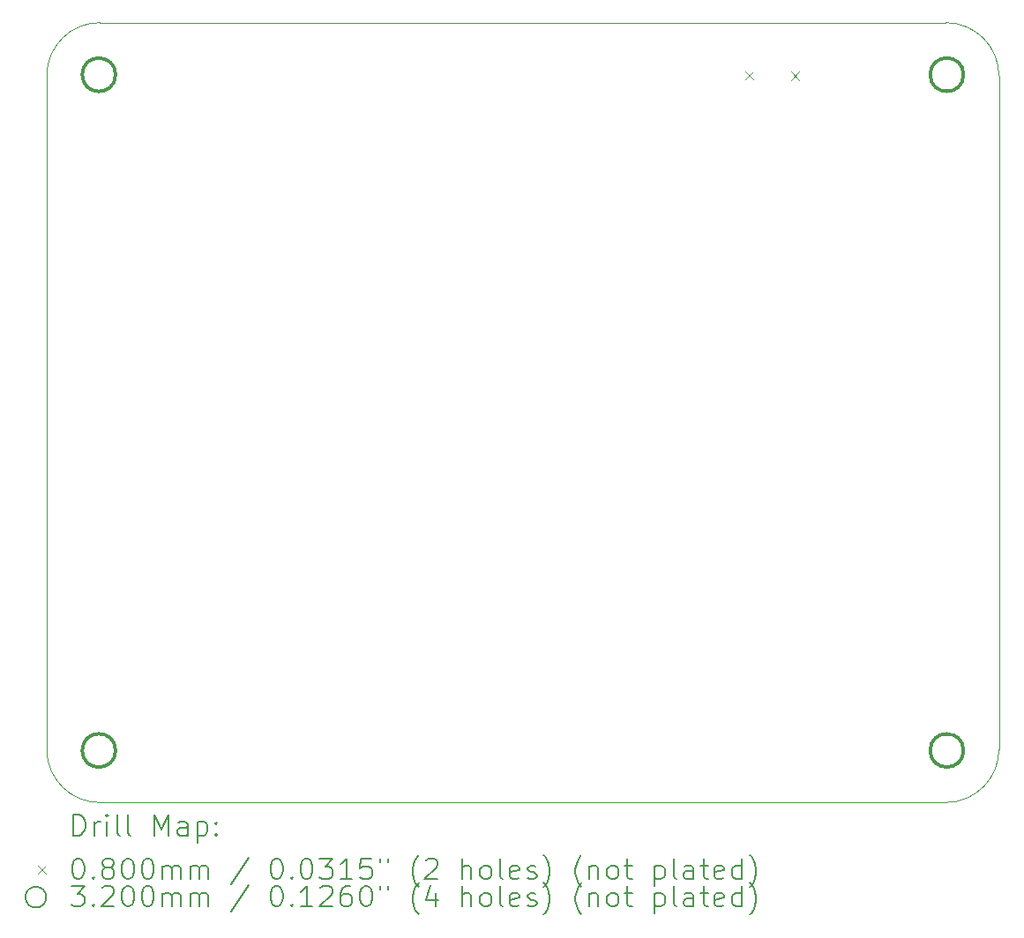
<source format=gbr>
%TF.GenerationSoftware,KiCad,Pcbnew,7.0.7*%
%TF.CreationDate,2024-06-30T20:56:50+03:00*%
%TF.ProjectId,v2,76322e6b-6963-4616-945f-706362585858,rev?*%
%TF.SameCoordinates,Original*%
%TF.FileFunction,Drillmap*%
%TF.FilePolarity,Positive*%
%FSLAX45Y45*%
G04 Gerber Fmt 4.5, Leading zero omitted, Abs format (unit mm)*
G04 Created by KiCad (PCBNEW 7.0.7) date 2024-06-30 20:56:50*
%MOMM*%
%LPD*%
G01*
G04 APERTURE LIST*
%ADD10C,0.100000*%
%ADD11C,0.200000*%
%ADD12C,0.080000*%
%ADD13C,0.320000*%
G04 APERTURE END LIST*
D10*
X19250000Y-4930000D02*
G75*
G03*
X18740000Y-4420000I-510000J0D01*
G01*
X10620000Y-4420000D02*
G75*
G03*
X10110000Y-4930000I0J-510000D01*
G01*
X19250000Y-11400000D02*
X19250000Y-4930000D01*
X18740000Y-4420000D02*
X10620000Y-4420000D01*
X18740000Y-11910000D02*
G75*
G03*
X19250000Y-11400000I0J510000D01*
G01*
X10110000Y-11400000D02*
G75*
G03*
X10620000Y-11910000I510000J0D01*
G01*
X10620000Y-11910000D02*
X18740000Y-11910000D01*
X10110000Y-4930000D02*
X10110000Y-11400000D01*
D11*
D12*
X16813400Y-4884360D02*
X16893400Y-4964360D01*
X16893400Y-4884360D02*
X16813400Y-4964360D01*
X17252820Y-4891980D02*
X17332820Y-4971980D01*
X17332820Y-4891980D02*
X17252820Y-4971980D01*
D13*
X10770000Y-4920000D02*
G75*
G03*
X10770000Y-4920000I-160000J0D01*
G01*
X10770000Y-11410000D02*
G75*
G03*
X10770000Y-11410000I-160000J0D01*
G01*
X18910000Y-4920000D02*
G75*
G03*
X18910000Y-4920000I-160000J0D01*
G01*
X18910000Y-11410000D02*
G75*
G03*
X18910000Y-11410000I-160000J0D01*
G01*
D11*
X10365777Y-12226484D02*
X10365777Y-12026484D01*
X10365777Y-12026484D02*
X10413396Y-12026484D01*
X10413396Y-12026484D02*
X10441967Y-12036008D01*
X10441967Y-12036008D02*
X10461015Y-12055055D01*
X10461015Y-12055055D02*
X10470539Y-12074103D01*
X10470539Y-12074103D02*
X10480063Y-12112198D01*
X10480063Y-12112198D02*
X10480063Y-12140769D01*
X10480063Y-12140769D02*
X10470539Y-12178865D01*
X10470539Y-12178865D02*
X10461015Y-12197912D01*
X10461015Y-12197912D02*
X10441967Y-12216960D01*
X10441967Y-12216960D02*
X10413396Y-12226484D01*
X10413396Y-12226484D02*
X10365777Y-12226484D01*
X10565777Y-12226484D02*
X10565777Y-12093150D01*
X10565777Y-12131246D02*
X10575301Y-12112198D01*
X10575301Y-12112198D02*
X10584824Y-12102674D01*
X10584824Y-12102674D02*
X10603872Y-12093150D01*
X10603872Y-12093150D02*
X10622920Y-12093150D01*
X10689586Y-12226484D02*
X10689586Y-12093150D01*
X10689586Y-12026484D02*
X10680063Y-12036008D01*
X10680063Y-12036008D02*
X10689586Y-12045531D01*
X10689586Y-12045531D02*
X10699110Y-12036008D01*
X10699110Y-12036008D02*
X10689586Y-12026484D01*
X10689586Y-12026484D02*
X10689586Y-12045531D01*
X10813396Y-12226484D02*
X10794348Y-12216960D01*
X10794348Y-12216960D02*
X10784824Y-12197912D01*
X10784824Y-12197912D02*
X10784824Y-12026484D01*
X10918158Y-12226484D02*
X10899110Y-12216960D01*
X10899110Y-12216960D02*
X10889586Y-12197912D01*
X10889586Y-12197912D02*
X10889586Y-12026484D01*
X11146729Y-12226484D02*
X11146729Y-12026484D01*
X11146729Y-12026484D02*
X11213396Y-12169341D01*
X11213396Y-12169341D02*
X11280062Y-12026484D01*
X11280062Y-12026484D02*
X11280062Y-12226484D01*
X11461015Y-12226484D02*
X11461015Y-12121722D01*
X11461015Y-12121722D02*
X11451491Y-12102674D01*
X11451491Y-12102674D02*
X11432443Y-12093150D01*
X11432443Y-12093150D02*
X11394348Y-12093150D01*
X11394348Y-12093150D02*
X11375301Y-12102674D01*
X11461015Y-12216960D02*
X11441967Y-12226484D01*
X11441967Y-12226484D02*
X11394348Y-12226484D01*
X11394348Y-12226484D02*
X11375301Y-12216960D01*
X11375301Y-12216960D02*
X11365777Y-12197912D01*
X11365777Y-12197912D02*
X11365777Y-12178865D01*
X11365777Y-12178865D02*
X11375301Y-12159817D01*
X11375301Y-12159817D02*
X11394348Y-12150293D01*
X11394348Y-12150293D02*
X11441967Y-12150293D01*
X11441967Y-12150293D02*
X11461015Y-12140769D01*
X11556253Y-12093150D02*
X11556253Y-12293150D01*
X11556253Y-12102674D02*
X11575301Y-12093150D01*
X11575301Y-12093150D02*
X11613396Y-12093150D01*
X11613396Y-12093150D02*
X11632443Y-12102674D01*
X11632443Y-12102674D02*
X11641967Y-12112198D01*
X11641967Y-12112198D02*
X11651491Y-12131246D01*
X11651491Y-12131246D02*
X11651491Y-12188388D01*
X11651491Y-12188388D02*
X11641967Y-12207436D01*
X11641967Y-12207436D02*
X11632443Y-12216960D01*
X11632443Y-12216960D02*
X11613396Y-12226484D01*
X11613396Y-12226484D02*
X11575301Y-12226484D01*
X11575301Y-12226484D02*
X11556253Y-12216960D01*
X11737205Y-12207436D02*
X11746729Y-12216960D01*
X11746729Y-12216960D02*
X11737205Y-12226484D01*
X11737205Y-12226484D02*
X11727682Y-12216960D01*
X11727682Y-12216960D02*
X11737205Y-12207436D01*
X11737205Y-12207436D02*
X11737205Y-12226484D01*
X11737205Y-12102674D02*
X11746729Y-12112198D01*
X11746729Y-12112198D02*
X11737205Y-12121722D01*
X11737205Y-12121722D02*
X11727682Y-12112198D01*
X11727682Y-12112198D02*
X11737205Y-12102674D01*
X11737205Y-12102674D02*
X11737205Y-12121722D01*
D12*
X10025000Y-12515000D02*
X10105000Y-12595000D01*
X10105000Y-12515000D02*
X10025000Y-12595000D01*
D11*
X10403872Y-12446484D02*
X10422920Y-12446484D01*
X10422920Y-12446484D02*
X10441967Y-12456008D01*
X10441967Y-12456008D02*
X10451491Y-12465531D01*
X10451491Y-12465531D02*
X10461015Y-12484579D01*
X10461015Y-12484579D02*
X10470539Y-12522674D01*
X10470539Y-12522674D02*
X10470539Y-12570293D01*
X10470539Y-12570293D02*
X10461015Y-12608388D01*
X10461015Y-12608388D02*
X10451491Y-12627436D01*
X10451491Y-12627436D02*
X10441967Y-12636960D01*
X10441967Y-12636960D02*
X10422920Y-12646484D01*
X10422920Y-12646484D02*
X10403872Y-12646484D01*
X10403872Y-12646484D02*
X10384824Y-12636960D01*
X10384824Y-12636960D02*
X10375301Y-12627436D01*
X10375301Y-12627436D02*
X10365777Y-12608388D01*
X10365777Y-12608388D02*
X10356253Y-12570293D01*
X10356253Y-12570293D02*
X10356253Y-12522674D01*
X10356253Y-12522674D02*
X10365777Y-12484579D01*
X10365777Y-12484579D02*
X10375301Y-12465531D01*
X10375301Y-12465531D02*
X10384824Y-12456008D01*
X10384824Y-12456008D02*
X10403872Y-12446484D01*
X10556253Y-12627436D02*
X10565777Y-12636960D01*
X10565777Y-12636960D02*
X10556253Y-12646484D01*
X10556253Y-12646484D02*
X10546729Y-12636960D01*
X10546729Y-12636960D02*
X10556253Y-12627436D01*
X10556253Y-12627436D02*
X10556253Y-12646484D01*
X10680063Y-12532198D02*
X10661015Y-12522674D01*
X10661015Y-12522674D02*
X10651491Y-12513150D01*
X10651491Y-12513150D02*
X10641967Y-12494103D01*
X10641967Y-12494103D02*
X10641967Y-12484579D01*
X10641967Y-12484579D02*
X10651491Y-12465531D01*
X10651491Y-12465531D02*
X10661015Y-12456008D01*
X10661015Y-12456008D02*
X10680063Y-12446484D01*
X10680063Y-12446484D02*
X10718158Y-12446484D01*
X10718158Y-12446484D02*
X10737205Y-12456008D01*
X10737205Y-12456008D02*
X10746729Y-12465531D01*
X10746729Y-12465531D02*
X10756253Y-12484579D01*
X10756253Y-12484579D02*
X10756253Y-12494103D01*
X10756253Y-12494103D02*
X10746729Y-12513150D01*
X10746729Y-12513150D02*
X10737205Y-12522674D01*
X10737205Y-12522674D02*
X10718158Y-12532198D01*
X10718158Y-12532198D02*
X10680063Y-12532198D01*
X10680063Y-12532198D02*
X10661015Y-12541722D01*
X10661015Y-12541722D02*
X10651491Y-12551246D01*
X10651491Y-12551246D02*
X10641967Y-12570293D01*
X10641967Y-12570293D02*
X10641967Y-12608388D01*
X10641967Y-12608388D02*
X10651491Y-12627436D01*
X10651491Y-12627436D02*
X10661015Y-12636960D01*
X10661015Y-12636960D02*
X10680063Y-12646484D01*
X10680063Y-12646484D02*
X10718158Y-12646484D01*
X10718158Y-12646484D02*
X10737205Y-12636960D01*
X10737205Y-12636960D02*
X10746729Y-12627436D01*
X10746729Y-12627436D02*
X10756253Y-12608388D01*
X10756253Y-12608388D02*
X10756253Y-12570293D01*
X10756253Y-12570293D02*
X10746729Y-12551246D01*
X10746729Y-12551246D02*
X10737205Y-12541722D01*
X10737205Y-12541722D02*
X10718158Y-12532198D01*
X10880063Y-12446484D02*
X10899110Y-12446484D01*
X10899110Y-12446484D02*
X10918158Y-12456008D01*
X10918158Y-12456008D02*
X10927682Y-12465531D01*
X10927682Y-12465531D02*
X10937205Y-12484579D01*
X10937205Y-12484579D02*
X10946729Y-12522674D01*
X10946729Y-12522674D02*
X10946729Y-12570293D01*
X10946729Y-12570293D02*
X10937205Y-12608388D01*
X10937205Y-12608388D02*
X10927682Y-12627436D01*
X10927682Y-12627436D02*
X10918158Y-12636960D01*
X10918158Y-12636960D02*
X10899110Y-12646484D01*
X10899110Y-12646484D02*
X10880063Y-12646484D01*
X10880063Y-12646484D02*
X10861015Y-12636960D01*
X10861015Y-12636960D02*
X10851491Y-12627436D01*
X10851491Y-12627436D02*
X10841967Y-12608388D01*
X10841967Y-12608388D02*
X10832444Y-12570293D01*
X10832444Y-12570293D02*
X10832444Y-12522674D01*
X10832444Y-12522674D02*
X10841967Y-12484579D01*
X10841967Y-12484579D02*
X10851491Y-12465531D01*
X10851491Y-12465531D02*
X10861015Y-12456008D01*
X10861015Y-12456008D02*
X10880063Y-12446484D01*
X11070539Y-12446484D02*
X11089586Y-12446484D01*
X11089586Y-12446484D02*
X11108634Y-12456008D01*
X11108634Y-12456008D02*
X11118158Y-12465531D01*
X11118158Y-12465531D02*
X11127682Y-12484579D01*
X11127682Y-12484579D02*
X11137205Y-12522674D01*
X11137205Y-12522674D02*
X11137205Y-12570293D01*
X11137205Y-12570293D02*
X11127682Y-12608388D01*
X11127682Y-12608388D02*
X11118158Y-12627436D01*
X11118158Y-12627436D02*
X11108634Y-12636960D01*
X11108634Y-12636960D02*
X11089586Y-12646484D01*
X11089586Y-12646484D02*
X11070539Y-12646484D01*
X11070539Y-12646484D02*
X11051491Y-12636960D01*
X11051491Y-12636960D02*
X11041967Y-12627436D01*
X11041967Y-12627436D02*
X11032444Y-12608388D01*
X11032444Y-12608388D02*
X11022920Y-12570293D01*
X11022920Y-12570293D02*
X11022920Y-12522674D01*
X11022920Y-12522674D02*
X11032444Y-12484579D01*
X11032444Y-12484579D02*
X11041967Y-12465531D01*
X11041967Y-12465531D02*
X11051491Y-12456008D01*
X11051491Y-12456008D02*
X11070539Y-12446484D01*
X11222920Y-12646484D02*
X11222920Y-12513150D01*
X11222920Y-12532198D02*
X11232443Y-12522674D01*
X11232443Y-12522674D02*
X11251491Y-12513150D01*
X11251491Y-12513150D02*
X11280063Y-12513150D01*
X11280063Y-12513150D02*
X11299110Y-12522674D01*
X11299110Y-12522674D02*
X11308634Y-12541722D01*
X11308634Y-12541722D02*
X11308634Y-12646484D01*
X11308634Y-12541722D02*
X11318158Y-12522674D01*
X11318158Y-12522674D02*
X11337205Y-12513150D01*
X11337205Y-12513150D02*
X11365777Y-12513150D01*
X11365777Y-12513150D02*
X11384824Y-12522674D01*
X11384824Y-12522674D02*
X11394348Y-12541722D01*
X11394348Y-12541722D02*
X11394348Y-12646484D01*
X11489586Y-12646484D02*
X11489586Y-12513150D01*
X11489586Y-12532198D02*
X11499110Y-12522674D01*
X11499110Y-12522674D02*
X11518158Y-12513150D01*
X11518158Y-12513150D02*
X11546729Y-12513150D01*
X11546729Y-12513150D02*
X11565777Y-12522674D01*
X11565777Y-12522674D02*
X11575301Y-12541722D01*
X11575301Y-12541722D02*
X11575301Y-12646484D01*
X11575301Y-12541722D02*
X11584824Y-12522674D01*
X11584824Y-12522674D02*
X11603872Y-12513150D01*
X11603872Y-12513150D02*
X11632443Y-12513150D01*
X11632443Y-12513150D02*
X11651491Y-12522674D01*
X11651491Y-12522674D02*
X11661015Y-12541722D01*
X11661015Y-12541722D02*
X11661015Y-12646484D01*
X12051491Y-12436960D02*
X11880063Y-12694103D01*
X12308634Y-12446484D02*
X12327682Y-12446484D01*
X12327682Y-12446484D02*
X12346729Y-12456008D01*
X12346729Y-12456008D02*
X12356253Y-12465531D01*
X12356253Y-12465531D02*
X12365777Y-12484579D01*
X12365777Y-12484579D02*
X12375301Y-12522674D01*
X12375301Y-12522674D02*
X12375301Y-12570293D01*
X12375301Y-12570293D02*
X12365777Y-12608388D01*
X12365777Y-12608388D02*
X12356253Y-12627436D01*
X12356253Y-12627436D02*
X12346729Y-12636960D01*
X12346729Y-12636960D02*
X12327682Y-12646484D01*
X12327682Y-12646484D02*
X12308634Y-12646484D01*
X12308634Y-12646484D02*
X12289586Y-12636960D01*
X12289586Y-12636960D02*
X12280063Y-12627436D01*
X12280063Y-12627436D02*
X12270539Y-12608388D01*
X12270539Y-12608388D02*
X12261015Y-12570293D01*
X12261015Y-12570293D02*
X12261015Y-12522674D01*
X12261015Y-12522674D02*
X12270539Y-12484579D01*
X12270539Y-12484579D02*
X12280063Y-12465531D01*
X12280063Y-12465531D02*
X12289586Y-12456008D01*
X12289586Y-12456008D02*
X12308634Y-12446484D01*
X12461015Y-12627436D02*
X12470539Y-12636960D01*
X12470539Y-12636960D02*
X12461015Y-12646484D01*
X12461015Y-12646484D02*
X12451491Y-12636960D01*
X12451491Y-12636960D02*
X12461015Y-12627436D01*
X12461015Y-12627436D02*
X12461015Y-12646484D01*
X12594348Y-12446484D02*
X12613396Y-12446484D01*
X12613396Y-12446484D02*
X12632444Y-12456008D01*
X12632444Y-12456008D02*
X12641967Y-12465531D01*
X12641967Y-12465531D02*
X12651491Y-12484579D01*
X12651491Y-12484579D02*
X12661015Y-12522674D01*
X12661015Y-12522674D02*
X12661015Y-12570293D01*
X12661015Y-12570293D02*
X12651491Y-12608388D01*
X12651491Y-12608388D02*
X12641967Y-12627436D01*
X12641967Y-12627436D02*
X12632444Y-12636960D01*
X12632444Y-12636960D02*
X12613396Y-12646484D01*
X12613396Y-12646484D02*
X12594348Y-12646484D01*
X12594348Y-12646484D02*
X12575301Y-12636960D01*
X12575301Y-12636960D02*
X12565777Y-12627436D01*
X12565777Y-12627436D02*
X12556253Y-12608388D01*
X12556253Y-12608388D02*
X12546729Y-12570293D01*
X12546729Y-12570293D02*
X12546729Y-12522674D01*
X12546729Y-12522674D02*
X12556253Y-12484579D01*
X12556253Y-12484579D02*
X12565777Y-12465531D01*
X12565777Y-12465531D02*
X12575301Y-12456008D01*
X12575301Y-12456008D02*
X12594348Y-12446484D01*
X12727682Y-12446484D02*
X12851491Y-12446484D01*
X12851491Y-12446484D02*
X12784825Y-12522674D01*
X12784825Y-12522674D02*
X12813396Y-12522674D01*
X12813396Y-12522674D02*
X12832444Y-12532198D01*
X12832444Y-12532198D02*
X12841967Y-12541722D01*
X12841967Y-12541722D02*
X12851491Y-12560769D01*
X12851491Y-12560769D02*
X12851491Y-12608388D01*
X12851491Y-12608388D02*
X12841967Y-12627436D01*
X12841967Y-12627436D02*
X12832444Y-12636960D01*
X12832444Y-12636960D02*
X12813396Y-12646484D01*
X12813396Y-12646484D02*
X12756253Y-12646484D01*
X12756253Y-12646484D02*
X12737206Y-12636960D01*
X12737206Y-12636960D02*
X12727682Y-12627436D01*
X13041967Y-12646484D02*
X12927682Y-12646484D01*
X12984825Y-12646484D02*
X12984825Y-12446484D01*
X12984825Y-12446484D02*
X12965777Y-12475055D01*
X12965777Y-12475055D02*
X12946729Y-12494103D01*
X12946729Y-12494103D02*
X12927682Y-12503627D01*
X13222920Y-12446484D02*
X13127682Y-12446484D01*
X13127682Y-12446484D02*
X13118158Y-12541722D01*
X13118158Y-12541722D02*
X13127682Y-12532198D01*
X13127682Y-12532198D02*
X13146729Y-12522674D01*
X13146729Y-12522674D02*
X13194348Y-12522674D01*
X13194348Y-12522674D02*
X13213396Y-12532198D01*
X13213396Y-12532198D02*
X13222920Y-12541722D01*
X13222920Y-12541722D02*
X13232444Y-12560769D01*
X13232444Y-12560769D02*
X13232444Y-12608388D01*
X13232444Y-12608388D02*
X13222920Y-12627436D01*
X13222920Y-12627436D02*
X13213396Y-12636960D01*
X13213396Y-12636960D02*
X13194348Y-12646484D01*
X13194348Y-12646484D02*
X13146729Y-12646484D01*
X13146729Y-12646484D02*
X13127682Y-12636960D01*
X13127682Y-12636960D02*
X13118158Y-12627436D01*
X13308634Y-12446484D02*
X13308634Y-12484579D01*
X13384825Y-12446484D02*
X13384825Y-12484579D01*
X13680063Y-12722674D02*
X13670539Y-12713150D01*
X13670539Y-12713150D02*
X13651491Y-12684579D01*
X13651491Y-12684579D02*
X13641968Y-12665531D01*
X13641968Y-12665531D02*
X13632444Y-12636960D01*
X13632444Y-12636960D02*
X13622920Y-12589341D01*
X13622920Y-12589341D02*
X13622920Y-12551246D01*
X13622920Y-12551246D02*
X13632444Y-12503627D01*
X13632444Y-12503627D02*
X13641968Y-12475055D01*
X13641968Y-12475055D02*
X13651491Y-12456008D01*
X13651491Y-12456008D02*
X13670539Y-12427436D01*
X13670539Y-12427436D02*
X13680063Y-12417912D01*
X13746729Y-12465531D02*
X13756253Y-12456008D01*
X13756253Y-12456008D02*
X13775301Y-12446484D01*
X13775301Y-12446484D02*
X13822920Y-12446484D01*
X13822920Y-12446484D02*
X13841968Y-12456008D01*
X13841968Y-12456008D02*
X13851491Y-12465531D01*
X13851491Y-12465531D02*
X13861015Y-12484579D01*
X13861015Y-12484579D02*
X13861015Y-12503627D01*
X13861015Y-12503627D02*
X13851491Y-12532198D01*
X13851491Y-12532198D02*
X13737206Y-12646484D01*
X13737206Y-12646484D02*
X13861015Y-12646484D01*
X14099110Y-12646484D02*
X14099110Y-12446484D01*
X14184825Y-12646484D02*
X14184825Y-12541722D01*
X14184825Y-12541722D02*
X14175301Y-12522674D01*
X14175301Y-12522674D02*
X14156253Y-12513150D01*
X14156253Y-12513150D02*
X14127682Y-12513150D01*
X14127682Y-12513150D02*
X14108634Y-12522674D01*
X14108634Y-12522674D02*
X14099110Y-12532198D01*
X14308634Y-12646484D02*
X14289587Y-12636960D01*
X14289587Y-12636960D02*
X14280063Y-12627436D01*
X14280063Y-12627436D02*
X14270539Y-12608388D01*
X14270539Y-12608388D02*
X14270539Y-12551246D01*
X14270539Y-12551246D02*
X14280063Y-12532198D01*
X14280063Y-12532198D02*
X14289587Y-12522674D01*
X14289587Y-12522674D02*
X14308634Y-12513150D01*
X14308634Y-12513150D02*
X14337206Y-12513150D01*
X14337206Y-12513150D02*
X14356253Y-12522674D01*
X14356253Y-12522674D02*
X14365777Y-12532198D01*
X14365777Y-12532198D02*
X14375301Y-12551246D01*
X14375301Y-12551246D02*
X14375301Y-12608388D01*
X14375301Y-12608388D02*
X14365777Y-12627436D01*
X14365777Y-12627436D02*
X14356253Y-12636960D01*
X14356253Y-12636960D02*
X14337206Y-12646484D01*
X14337206Y-12646484D02*
X14308634Y-12646484D01*
X14489587Y-12646484D02*
X14470539Y-12636960D01*
X14470539Y-12636960D02*
X14461015Y-12617912D01*
X14461015Y-12617912D02*
X14461015Y-12446484D01*
X14641968Y-12636960D02*
X14622920Y-12646484D01*
X14622920Y-12646484D02*
X14584825Y-12646484D01*
X14584825Y-12646484D02*
X14565777Y-12636960D01*
X14565777Y-12636960D02*
X14556253Y-12617912D01*
X14556253Y-12617912D02*
X14556253Y-12541722D01*
X14556253Y-12541722D02*
X14565777Y-12522674D01*
X14565777Y-12522674D02*
X14584825Y-12513150D01*
X14584825Y-12513150D02*
X14622920Y-12513150D01*
X14622920Y-12513150D02*
X14641968Y-12522674D01*
X14641968Y-12522674D02*
X14651491Y-12541722D01*
X14651491Y-12541722D02*
X14651491Y-12560769D01*
X14651491Y-12560769D02*
X14556253Y-12579817D01*
X14727682Y-12636960D02*
X14746730Y-12646484D01*
X14746730Y-12646484D02*
X14784825Y-12646484D01*
X14784825Y-12646484D02*
X14803872Y-12636960D01*
X14803872Y-12636960D02*
X14813396Y-12617912D01*
X14813396Y-12617912D02*
X14813396Y-12608388D01*
X14813396Y-12608388D02*
X14803872Y-12589341D01*
X14803872Y-12589341D02*
X14784825Y-12579817D01*
X14784825Y-12579817D02*
X14756253Y-12579817D01*
X14756253Y-12579817D02*
X14737206Y-12570293D01*
X14737206Y-12570293D02*
X14727682Y-12551246D01*
X14727682Y-12551246D02*
X14727682Y-12541722D01*
X14727682Y-12541722D02*
X14737206Y-12522674D01*
X14737206Y-12522674D02*
X14756253Y-12513150D01*
X14756253Y-12513150D02*
X14784825Y-12513150D01*
X14784825Y-12513150D02*
X14803872Y-12522674D01*
X14880063Y-12722674D02*
X14889587Y-12713150D01*
X14889587Y-12713150D02*
X14908634Y-12684579D01*
X14908634Y-12684579D02*
X14918158Y-12665531D01*
X14918158Y-12665531D02*
X14927682Y-12636960D01*
X14927682Y-12636960D02*
X14937206Y-12589341D01*
X14937206Y-12589341D02*
X14937206Y-12551246D01*
X14937206Y-12551246D02*
X14927682Y-12503627D01*
X14927682Y-12503627D02*
X14918158Y-12475055D01*
X14918158Y-12475055D02*
X14908634Y-12456008D01*
X14908634Y-12456008D02*
X14889587Y-12427436D01*
X14889587Y-12427436D02*
X14880063Y-12417912D01*
X15241968Y-12722674D02*
X15232444Y-12713150D01*
X15232444Y-12713150D02*
X15213396Y-12684579D01*
X15213396Y-12684579D02*
X15203872Y-12665531D01*
X15203872Y-12665531D02*
X15194349Y-12636960D01*
X15194349Y-12636960D02*
X15184825Y-12589341D01*
X15184825Y-12589341D02*
X15184825Y-12551246D01*
X15184825Y-12551246D02*
X15194349Y-12503627D01*
X15194349Y-12503627D02*
X15203872Y-12475055D01*
X15203872Y-12475055D02*
X15213396Y-12456008D01*
X15213396Y-12456008D02*
X15232444Y-12427436D01*
X15232444Y-12427436D02*
X15241968Y-12417912D01*
X15318158Y-12513150D02*
X15318158Y-12646484D01*
X15318158Y-12532198D02*
X15327682Y-12522674D01*
X15327682Y-12522674D02*
X15346730Y-12513150D01*
X15346730Y-12513150D02*
X15375301Y-12513150D01*
X15375301Y-12513150D02*
X15394349Y-12522674D01*
X15394349Y-12522674D02*
X15403872Y-12541722D01*
X15403872Y-12541722D02*
X15403872Y-12646484D01*
X15527682Y-12646484D02*
X15508634Y-12636960D01*
X15508634Y-12636960D02*
X15499111Y-12627436D01*
X15499111Y-12627436D02*
X15489587Y-12608388D01*
X15489587Y-12608388D02*
X15489587Y-12551246D01*
X15489587Y-12551246D02*
X15499111Y-12532198D01*
X15499111Y-12532198D02*
X15508634Y-12522674D01*
X15508634Y-12522674D02*
X15527682Y-12513150D01*
X15527682Y-12513150D02*
X15556253Y-12513150D01*
X15556253Y-12513150D02*
X15575301Y-12522674D01*
X15575301Y-12522674D02*
X15584825Y-12532198D01*
X15584825Y-12532198D02*
X15594349Y-12551246D01*
X15594349Y-12551246D02*
X15594349Y-12608388D01*
X15594349Y-12608388D02*
X15584825Y-12627436D01*
X15584825Y-12627436D02*
X15575301Y-12636960D01*
X15575301Y-12636960D02*
X15556253Y-12646484D01*
X15556253Y-12646484D02*
X15527682Y-12646484D01*
X15651492Y-12513150D02*
X15727682Y-12513150D01*
X15680063Y-12446484D02*
X15680063Y-12617912D01*
X15680063Y-12617912D02*
X15689587Y-12636960D01*
X15689587Y-12636960D02*
X15708634Y-12646484D01*
X15708634Y-12646484D02*
X15727682Y-12646484D01*
X15946730Y-12513150D02*
X15946730Y-12713150D01*
X15946730Y-12522674D02*
X15965777Y-12513150D01*
X15965777Y-12513150D02*
X16003873Y-12513150D01*
X16003873Y-12513150D02*
X16022920Y-12522674D01*
X16022920Y-12522674D02*
X16032444Y-12532198D01*
X16032444Y-12532198D02*
X16041968Y-12551246D01*
X16041968Y-12551246D02*
X16041968Y-12608388D01*
X16041968Y-12608388D02*
X16032444Y-12627436D01*
X16032444Y-12627436D02*
X16022920Y-12636960D01*
X16022920Y-12636960D02*
X16003873Y-12646484D01*
X16003873Y-12646484D02*
X15965777Y-12646484D01*
X15965777Y-12646484D02*
X15946730Y-12636960D01*
X16156253Y-12646484D02*
X16137206Y-12636960D01*
X16137206Y-12636960D02*
X16127682Y-12617912D01*
X16127682Y-12617912D02*
X16127682Y-12446484D01*
X16318158Y-12646484D02*
X16318158Y-12541722D01*
X16318158Y-12541722D02*
X16308634Y-12522674D01*
X16308634Y-12522674D02*
X16289587Y-12513150D01*
X16289587Y-12513150D02*
X16251492Y-12513150D01*
X16251492Y-12513150D02*
X16232444Y-12522674D01*
X16318158Y-12636960D02*
X16299111Y-12646484D01*
X16299111Y-12646484D02*
X16251492Y-12646484D01*
X16251492Y-12646484D02*
X16232444Y-12636960D01*
X16232444Y-12636960D02*
X16222920Y-12617912D01*
X16222920Y-12617912D02*
X16222920Y-12598865D01*
X16222920Y-12598865D02*
X16232444Y-12579817D01*
X16232444Y-12579817D02*
X16251492Y-12570293D01*
X16251492Y-12570293D02*
X16299111Y-12570293D01*
X16299111Y-12570293D02*
X16318158Y-12560769D01*
X16384825Y-12513150D02*
X16461015Y-12513150D01*
X16413396Y-12446484D02*
X16413396Y-12617912D01*
X16413396Y-12617912D02*
X16422920Y-12636960D01*
X16422920Y-12636960D02*
X16441968Y-12646484D01*
X16441968Y-12646484D02*
X16461015Y-12646484D01*
X16603873Y-12636960D02*
X16584825Y-12646484D01*
X16584825Y-12646484D02*
X16546730Y-12646484D01*
X16546730Y-12646484D02*
X16527682Y-12636960D01*
X16527682Y-12636960D02*
X16518158Y-12617912D01*
X16518158Y-12617912D02*
X16518158Y-12541722D01*
X16518158Y-12541722D02*
X16527682Y-12522674D01*
X16527682Y-12522674D02*
X16546730Y-12513150D01*
X16546730Y-12513150D02*
X16584825Y-12513150D01*
X16584825Y-12513150D02*
X16603873Y-12522674D01*
X16603873Y-12522674D02*
X16613396Y-12541722D01*
X16613396Y-12541722D02*
X16613396Y-12560769D01*
X16613396Y-12560769D02*
X16518158Y-12579817D01*
X16784825Y-12646484D02*
X16784825Y-12446484D01*
X16784825Y-12636960D02*
X16765777Y-12646484D01*
X16765777Y-12646484D02*
X16727682Y-12646484D01*
X16727682Y-12646484D02*
X16708634Y-12636960D01*
X16708634Y-12636960D02*
X16699111Y-12627436D01*
X16699111Y-12627436D02*
X16689587Y-12608388D01*
X16689587Y-12608388D02*
X16689587Y-12551246D01*
X16689587Y-12551246D02*
X16699111Y-12532198D01*
X16699111Y-12532198D02*
X16708634Y-12522674D01*
X16708634Y-12522674D02*
X16727682Y-12513150D01*
X16727682Y-12513150D02*
X16765777Y-12513150D01*
X16765777Y-12513150D02*
X16784825Y-12522674D01*
X16861016Y-12722674D02*
X16870539Y-12713150D01*
X16870539Y-12713150D02*
X16889587Y-12684579D01*
X16889587Y-12684579D02*
X16899111Y-12665531D01*
X16899111Y-12665531D02*
X16908635Y-12636960D01*
X16908635Y-12636960D02*
X16918158Y-12589341D01*
X16918158Y-12589341D02*
X16918158Y-12551246D01*
X16918158Y-12551246D02*
X16908635Y-12503627D01*
X16908635Y-12503627D02*
X16899111Y-12475055D01*
X16899111Y-12475055D02*
X16889587Y-12456008D01*
X16889587Y-12456008D02*
X16870539Y-12427436D01*
X16870539Y-12427436D02*
X16861016Y-12417912D01*
X10105000Y-12819000D02*
G75*
G03*
X10105000Y-12819000I-100000J0D01*
G01*
X10346729Y-12710484D02*
X10470539Y-12710484D01*
X10470539Y-12710484D02*
X10403872Y-12786674D01*
X10403872Y-12786674D02*
X10432444Y-12786674D01*
X10432444Y-12786674D02*
X10451491Y-12796198D01*
X10451491Y-12796198D02*
X10461015Y-12805722D01*
X10461015Y-12805722D02*
X10470539Y-12824769D01*
X10470539Y-12824769D02*
X10470539Y-12872388D01*
X10470539Y-12872388D02*
X10461015Y-12891436D01*
X10461015Y-12891436D02*
X10451491Y-12900960D01*
X10451491Y-12900960D02*
X10432444Y-12910484D01*
X10432444Y-12910484D02*
X10375301Y-12910484D01*
X10375301Y-12910484D02*
X10356253Y-12900960D01*
X10356253Y-12900960D02*
X10346729Y-12891436D01*
X10556253Y-12891436D02*
X10565777Y-12900960D01*
X10565777Y-12900960D02*
X10556253Y-12910484D01*
X10556253Y-12910484D02*
X10546729Y-12900960D01*
X10546729Y-12900960D02*
X10556253Y-12891436D01*
X10556253Y-12891436D02*
X10556253Y-12910484D01*
X10641967Y-12729531D02*
X10651491Y-12720008D01*
X10651491Y-12720008D02*
X10670539Y-12710484D01*
X10670539Y-12710484D02*
X10718158Y-12710484D01*
X10718158Y-12710484D02*
X10737205Y-12720008D01*
X10737205Y-12720008D02*
X10746729Y-12729531D01*
X10746729Y-12729531D02*
X10756253Y-12748579D01*
X10756253Y-12748579D02*
X10756253Y-12767627D01*
X10756253Y-12767627D02*
X10746729Y-12796198D01*
X10746729Y-12796198D02*
X10632444Y-12910484D01*
X10632444Y-12910484D02*
X10756253Y-12910484D01*
X10880063Y-12710484D02*
X10899110Y-12710484D01*
X10899110Y-12710484D02*
X10918158Y-12720008D01*
X10918158Y-12720008D02*
X10927682Y-12729531D01*
X10927682Y-12729531D02*
X10937205Y-12748579D01*
X10937205Y-12748579D02*
X10946729Y-12786674D01*
X10946729Y-12786674D02*
X10946729Y-12834293D01*
X10946729Y-12834293D02*
X10937205Y-12872388D01*
X10937205Y-12872388D02*
X10927682Y-12891436D01*
X10927682Y-12891436D02*
X10918158Y-12900960D01*
X10918158Y-12900960D02*
X10899110Y-12910484D01*
X10899110Y-12910484D02*
X10880063Y-12910484D01*
X10880063Y-12910484D02*
X10861015Y-12900960D01*
X10861015Y-12900960D02*
X10851491Y-12891436D01*
X10851491Y-12891436D02*
X10841967Y-12872388D01*
X10841967Y-12872388D02*
X10832444Y-12834293D01*
X10832444Y-12834293D02*
X10832444Y-12786674D01*
X10832444Y-12786674D02*
X10841967Y-12748579D01*
X10841967Y-12748579D02*
X10851491Y-12729531D01*
X10851491Y-12729531D02*
X10861015Y-12720008D01*
X10861015Y-12720008D02*
X10880063Y-12710484D01*
X11070539Y-12710484D02*
X11089586Y-12710484D01*
X11089586Y-12710484D02*
X11108634Y-12720008D01*
X11108634Y-12720008D02*
X11118158Y-12729531D01*
X11118158Y-12729531D02*
X11127682Y-12748579D01*
X11127682Y-12748579D02*
X11137205Y-12786674D01*
X11137205Y-12786674D02*
X11137205Y-12834293D01*
X11137205Y-12834293D02*
X11127682Y-12872388D01*
X11127682Y-12872388D02*
X11118158Y-12891436D01*
X11118158Y-12891436D02*
X11108634Y-12900960D01*
X11108634Y-12900960D02*
X11089586Y-12910484D01*
X11089586Y-12910484D02*
X11070539Y-12910484D01*
X11070539Y-12910484D02*
X11051491Y-12900960D01*
X11051491Y-12900960D02*
X11041967Y-12891436D01*
X11041967Y-12891436D02*
X11032444Y-12872388D01*
X11032444Y-12872388D02*
X11022920Y-12834293D01*
X11022920Y-12834293D02*
X11022920Y-12786674D01*
X11022920Y-12786674D02*
X11032444Y-12748579D01*
X11032444Y-12748579D02*
X11041967Y-12729531D01*
X11041967Y-12729531D02*
X11051491Y-12720008D01*
X11051491Y-12720008D02*
X11070539Y-12710484D01*
X11222920Y-12910484D02*
X11222920Y-12777150D01*
X11222920Y-12796198D02*
X11232443Y-12786674D01*
X11232443Y-12786674D02*
X11251491Y-12777150D01*
X11251491Y-12777150D02*
X11280063Y-12777150D01*
X11280063Y-12777150D02*
X11299110Y-12786674D01*
X11299110Y-12786674D02*
X11308634Y-12805722D01*
X11308634Y-12805722D02*
X11308634Y-12910484D01*
X11308634Y-12805722D02*
X11318158Y-12786674D01*
X11318158Y-12786674D02*
X11337205Y-12777150D01*
X11337205Y-12777150D02*
X11365777Y-12777150D01*
X11365777Y-12777150D02*
X11384824Y-12786674D01*
X11384824Y-12786674D02*
X11394348Y-12805722D01*
X11394348Y-12805722D02*
X11394348Y-12910484D01*
X11489586Y-12910484D02*
X11489586Y-12777150D01*
X11489586Y-12796198D02*
X11499110Y-12786674D01*
X11499110Y-12786674D02*
X11518158Y-12777150D01*
X11518158Y-12777150D02*
X11546729Y-12777150D01*
X11546729Y-12777150D02*
X11565777Y-12786674D01*
X11565777Y-12786674D02*
X11575301Y-12805722D01*
X11575301Y-12805722D02*
X11575301Y-12910484D01*
X11575301Y-12805722D02*
X11584824Y-12786674D01*
X11584824Y-12786674D02*
X11603872Y-12777150D01*
X11603872Y-12777150D02*
X11632443Y-12777150D01*
X11632443Y-12777150D02*
X11651491Y-12786674D01*
X11651491Y-12786674D02*
X11661015Y-12805722D01*
X11661015Y-12805722D02*
X11661015Y-12910484D01*
X12051491Y-12700960D02*
X11880063Y-12958103D01*
X12308634Y-12710484D02*
X12327682Y-12710484D01*
X12327682Y-12710484D02*
X12346729Y-12720008D01*
X12346729Y-12720008D02*
X12356253Y-12729531D01*
X12356253Y-12729531D02*
X12365777Y-12748579D01*
X12365777Y-12748579D02*
X12375301Y-12786674D01*
X12375301Y-12786674D02*
X12375301Y-12834293D01*
X12375301Y-12834293D02*
X12365777Y-12872388D01*
X12365777Y-12872388D02*
X12356253Y-12891436D01*
X12356253Y-12891436D02*
X12346729Y-12900960D01*
X12346729Y-12900960D02*
X12327682Y-12910484D01*
X12327682Y-12910484D02*
X12308634Y-12910484D01*
X12308634Y-12910484D02*
X12289586Y-12900960D01*
X12289586Y-12900960D02*
X12280063Y-12891436D01*
X12280063Y-12891436D02*
X12270539Y-12872388D01*
X12270539Y-12872388D02*
X12261015Y-12834293D01*
X12261015Y-12834293D02*
X12261015Y-12786674D01*
X12261015Y-12786674D02*
X12270539Y-12748579D01*
X12270539Y-12748579D02*
X12280063Y-12729531D01*
X12280063Y-12729531D02*
X12289586Y-12720008D01*
X12289586Y-12720008D02*
X12308634Y-12710484D01*
X12461015Y-12891436D02*
X12470539Y-12900960D01*
X12470539Y-12900960D02*
X12461015Y-12910484D01*
X12461015Y-12910484D02*
X12451491Y-12900960D01*
X12451491Y-12900960D02*
X12461015Y-12891436D01*
X12461015Y-12891436D02*
X12461015Y-12910484D01*
X12661015Y-12910484D02*
X12546729Y-12910484D01*
X12603872Y-12910484D02*
X12603872Y-12710484D01*
X12603872Y-12710484D02*
X12584825Y-12739055D01*
X12584825Y-12739055D02*
X12565777Y-12758103D01*
X12565777Y-12758103D02*
X12546729Y-12767627D01*
X12737206Y-12729531D02*
X12746729Y-12720008D01*
X12746729Y-12720008D02*
X12765777Y-12710484D01*
X12765777Y-12710484D02*
X12813396Y-12710484D01*
X12813396Y-12710484D02*
X12832444Y-12720008D01*
X12832444Y-12720008D02*
X12841967Y-12729531D01*
X12841967Y-12729531D02*
X12851491Y-12748579D01*
X12851491Y-12748579D02*
X12851491Y-12767627D01*
X12851491Y-12767627D02*
X12841967Y-12796198D01*
X12841967Y-12796198D02*
X12727682Y-12910484D01*
X12727682Y-12910484D02*
X12851491Y-12910484D01*
X13022920Y-12710484D02*
X12984825Y-12710484D01*
X12984825Y-12710484D02*
X12965777Y-12720008D01*
X12965777Y-12720008D02*
X12956253Y-12729531D01*
X12956253Y-12729531D02*
X12937206Y-12758103D01*
X12937206Y-12758103D02*
X12927682Y-12796198D01*
X12927682Y-12796198D02*
X12927682Y-12872388D01*
X12927682Y-12872388D02*
X12937206Y-12891436D01*
X12937206Y-12891436D02*
X12946729Y-12900960D01*
X12946729Y-12900960D02*
X12965777Y-12910484D01*
X12965777Y-12910484D02*
X13003872Y-12910484D01*
X13003872Y-12910484D02*
X13022920Y-12900960D01*
X13022920Y-12900960D02*
X13032444Y-12891436D01*
X13032444Y-12891436D02*
X13041967Y-12872388D01*
X13041967Y-12872388D02*
X13041967Y-12824769D01*
X13041967Y-12824769D02*
X13032444Y-12805722D01*
X13032444Y-12805722D02*
X13022920Y-12796198D01*
X13022920Y-12796198D02*
X13003872Y-12786674D01*
X13003872Y-12786674D02*
X12965777Y-12786674D01*
X12965777Y-12786674D02*
X12946729Y-12796198D01*
X12946729Y-12796198D02*
X12937206Y-12805722D01*
X12937206Y-12805722D02*
X12927682Y-12824769D01*
X13165777Y-12710484D02*
X13184825Y-12710484D01*
X13184825Y-12710484D02*
X13203872Y-12720008D01*
X13203872Y-12720008D02*
X13213396Y-12729531D01*
X13213396Y-12729531D02*
X13222920Y-12748579D01*
X13222920Y-12748579D02*
X13232444Y-12786674D01*
X13232444Y-12786674D02*
X13232444Y-12834293D01*
X13232444Y-12834293D02*
X13222920Y-12872388D01*
X13222920Y-12872388D02*
X13213396Y-12891436D01*
X13213396Y-12891436D02*
X13203872Y-12900960D01*
X13203872Y-12900960D02*
X13184825Y-12910484D01*
X13184825Y-12910484D02*
X13165777Y-12910484D01*
X13165777Y-12910484D02*
X13146729Y-12900960D01*
X13146729Y-12900960D02*
X13137206Y-12891436D01*
X13137206Y-12891436D02*
X13127682Y-12872388D01*
X13127682Y-12872388D02*
X13118158Y-12834293D01*
X13118158Y-12834293D02*
X13118158Y-12786674D01*
X13118158Y-12786674D02*
X13127682Y-12748579D01*
X13127682Y-12748579D02*
X13137206Y-12729531D01*
X13137206Y-12729531D02*
X13146729Y-12720008D01*
X13146729Y-12720008D02*
X13165777Y-12710484D01*
X13308634Y-12710484D02*
X13308634Y-12748579D01*
X13384825Y-12710484D02*
X13384825Y-12748579D01*
X13680063Y-12986674D02*
X13670539Y-12977150D01*
X13670539Y-12977150D02*
X13651491Y-12948579D01*
X13651491Y-12948579D02*
X13641968Y-12929531D01*
X13641968Y-12929531D02*
X13632444Y-12900960D01*
X13632444Y-12900960D02*
X13622920Y-12853341D01*
X13622920Y-12853341D02*
X13622920Y-12815246D01*
X13622920Y-12815246D02*
X13632444Y-12767627D01*
X13632444Y-12767627D02*
X13641968Y-12739055D01*
X13641968Y-12739055D02*
X13651491Y-12720008D01*
X13651491Y-12720008D02*
X13670539Y-12691436D01*
X13670539Y-12691436D02*
X13680063Y-12681912D01*
X13841968Y-12777150D02*
X13841968Y-12910484D01*
X13794348Y-12700960D02*
X13746729Y-12843817D01*
X13746729Y-12843817D02*
X13870539Y-12843817D01*
X14099110Y-12910484D02*
X14099110Y-12710484D01*
X14184825Y-12910484D02*
X14184825Y-12805722D01*
X14184825Y-12805722D02*
X14175301Y-12786674D01*
X14175301Y-12786674D02*
X14156253Y-12777150D01*
X14156253Y-12777150D02*
X14127682Y-12777150D01*
X14127682Y-12777150D02*
X14108634Y-12786674D01*
X14108634Y-12786674D02*
X14099110Y-12796198D01*
X14308634Y-12910484D02*
X14289587Y-12900960D01*
X14289587Y-12900960D02*
X14280063Y-12891436D01*
X14280063Y-12891436D02*
X14270539Y-12872388D01*
X14270539Y-12872388D02*
X14270539Y-12815246D01*
X14270539Y-12815246D02*
X14280063Y-12796198D01*
X14280063Y-12796198D02*
X14289587Y-12786674D01*
X14289587Y-12786674D02*
X14308634Y-12777150D01*
X14308634Y-12777150D02*
X14337206Y-12777150D01*
X14337206Y-12777150D02*
X14356253Y-12786674D01*
X14356253Y-12786674D02*
X14365777Y-12796198D01*
X14365777Y-12796198D02*
X14375301Y-12815246D01*
X14375301Y-12815246D02*
X14375301Y-12872388D01*
X14375301Y-12872388D02*
X14365777Y-12891436D01*
X14365777Y-12891436D02*
X14356253Y-12900960D01*
X14356253Y-12900960D02*
X14337206Y-12910484D01*
X14337206Y-12910484D02*
X14308634Y-12910484D01*
X14489587Y-12910484D02*
X14470539Y-12900960D01*
X14470539Y-12900960D02*
X14461015Y-12881912D01*
X14461015Y-12881912D02*
X14461015Y-12710484D01*
X14641968Y-12900960D02*
X14622920Y-12910484D01*
X14622920Y-12910484D02*
X14584825Y-12910484D01*
X14584825Y-12910484D02*
X14565777Y-12900960D01*
X14565777Y-12900960D02*
X14556253Y-12881912D01*
X14556253Y-12881912D02*
X14556253Y-12805722D01*
X14556253Y-12805722D02*
X14565777Y-12786674D01*
X14565777Y-12786674D02*
X14584825Y-12777150D01*
X14584825Y-12777150D02*
X14622920Y-12777150D01*
X14622920Y-12777150D02*
X14641968Y-12786674D01*
X14641968Y-12786674D02*
X14651491Y-12805722D01*
X14651491Y-12805722D02*
X14651491Y-12824769D01*
X14651491Y-12824769D02*
X14556253Y-12843817D01*
X14727682Y-12900960D02*
X14746730Y-12910484D01*
X14746730Y-12910484D02*
X14784825Y-12910484D01*
X14784825Y-12910484D02*
X14803872Y-12900960D01*
X14803872Y-12900960D02*
X14813396Y-12881912D01*
X14813396Y-12881912D02*
X14813396Y-12872388D01*
X14813396Y-12872388D02*
X14803872Y-12853341D01*
X14803872Y-12853341D02*
X14784825Y-12843817D01*
X14784825Y-12843817D02*
X14756253Y-12843817D01*
X14756253Y-12843817D02*
X14737206Y-12834293D01*
X14737206Y-12834293D02*
X14727682Y-12815246D01*
X14727682Y-12815246D02*
X14727682Y-12805722D01*
X14727682Y-12805722D02*
X14737206Y-12786674D01*
X14737206Y-12786674D02*
X14756253Y-12777150D01*
X14756253Y-12777150D02*
X14784825Y-12777150D01*
X14784825Y-12777150D02*
X14803872Y-12786674D01*
X14880063Y-12986674D02*
X14889587Y-12977150D01*
X14889587Y-12977150D02*
X14908634Y-12948579D01*
X14908634Y-12948579D02*
X14918158Y-12929531D01*
X14918158Y-12929531D02*
X14927682Y-12900960D01*
X14927682Y-12900960D02*
X14937206Y-12853341D01*
X14937206Y-12853341D02*
X14937206Y-12815246D01*
X14937206Y-12815246D02*
X14927682Y-12767627D01*
X14927682Y-12767627D02*
X14918158Y-12739055D01*
X14918158Y-12739055D02*
X14908634Y-12720008D01*
X14908634Y-12720008D02*
X14889587Y-12691436D01*
X14889587Y-12691436D02*
X14880063Y-12681912D01*
X15241968Y-12986674D02*
X15232444Y-12977150D01*
X15232444Y-12977150D02*
X15213396Y-12948579D01*
X15213396Y-12948579D02*
X15203872Y-12929531D01*
X15203872Y-12929531D02*
X15194349Y-12900960D01*
X15194349Y-12900960D02*
X15184825Y-12853341D01*
X15184825Y-12853341D02*
X15184825Y-12815246D01*
X15184825Y-12815246D02*
X15194349Y-12767627D01*
X15194349Y-12767627D02*
X15203872Y-12739055D01*
X15203872Y-12739055D02*
X15213396Y-12720008D01*
X15213396Y-12720008D02*
X15232444Y-12691436D01*
X15232444Y-12691436D02*
X15241968Y-12681912D01*
X15318158Y-12777150D02*
X15318158Y-12910484D01*
X15318158Y-12796198D02*
X15327682Y-12786674D01*
X15327682Y-12786674D02*
X15346730Y-12777150D01*
X15346730Y-12777150D02*
X15375301Y-12777150D01*
X15375301Y-12777150D02*
X15394349Y-12786674D01*
X15394349Y-12786674D02*
X15403872Y-12805722D01*
X15403872Y-12805722D02*
X15403872Y-12910484D01*
X15527682Y-12910484D02*
X15508634Y-12900960D01*
X15508634Y-12900960D02*
X15499111Y-12891436D01*
X15499111Y-12891436D02*
X15489587Y-12872388D01*
X15489587Y-12872388D02*
X15489587Y-12815246D01*
X15489587Y-12815246D02*
X15499111Y-12796198D01*
X15499111Y-12796198D02*
X15508634Y-12786674D01*
X15508634Y-12786674D02*
X15527682Y-12777150D01*
X15527682Y-12777150D02*
X15556253Y-12777150D01*
X15556253Y-12777150D02*
X15575301Y-12786674D01*
X15575301Y-12786674D02*
X15584825Y-12796198D01*
X15584825Y-12796198D02*
X15594349Y-12815246D01*
X15594349Y-12815246D02*
X15594349Y-12872388D01*
X15594349Y-12872388D02*
X15584825Y-12891436D01*
X15584825Y-12891436D02*
X15575301Y-12900960D01*
X15575301Y-12900960D02*
X15556253Y-12910484D01*
X15556253Y-12910484D02*
X15527682Y-12910484D01*
X15651492Y-12777150D02*
X15727682Y-12777150D01*
X15680063Y-12710484D02*
X15680063Y-12881912D01*
X15680063Y-12881912D02*
X15689587Y-12900960D01*
X15689587Y-12900960D02*
X15708634Y-12910484D01*
X15708634Y-12910484D02*
X15727682Y-12910484D01*
X15946730Y-12777150D02*
X15946730Y-12977150D01*
X15946730Y-12786674D02*
X15965777Y-12777150D01*
X15965777Y-12777150D02*
X16003873Y-12777150D01*
X16003873Y-12777150D02*
X16022920Y-12786674D01*
X16022920Y-12786674D02*
X16032444Y-12796198D01*
X16032444Y-12796198D02*
X16041968Y-12815246D01*
X16041968Y-12815246D02*
X16041968Y-12872388D01*
X16041968Y-12872388D02*
X16032444Y-12891436D01*
X16032444Y-12891436D02*
X16022920Y-12900960D01*
X16022920Y-12900960D02*
X16003873Y-12910484D01*
X16003873Y-12910484D02*
X15965777Y-12910484D01*
X15965777Y-12910484D02*
X15946730Y-12900960D01*
X16156253Y-12910484D02*
X16137206Y-12900960D01*
X16137206Y-12900960D02*
X16127682Y-12881912D01*
X16127682Y-12881912D02*
X16127682Y-12710484D01*
X16318158Y-12910484D02*
X16318158Y-12805722D01*
X16318158Y-12805722D02*
X16308634Y-12786674D01*
X16308634Y-12786674D02*
X16289587Y-12777150D01*
X16289587Y-12777150D02*
X16251492Y-12777150D01*
X16251492Y-12777150D02*
X16232444Y-12786674D01*
X16318158Y-12900960D02*
X16299111Y-12910484D01*
X16299111Y-12910484D02*
X16251492Y-12910484D01*
X16251492Y-12910484D02*
X16232444Y-12900960D01*
X16232444Y-12900960D02*
X16222920Y-12881912D01*
X16222920Y-12881912D02*
X16222920Y-12862865D01*
X16222920Y-12862865D02*
X16232444Y-12843817D01*
X16232444Y-12843817D02*
X16251492Y-12834293D01*
X16251492Y-12834293D02*
X16299111Y-12834293D01*
X16299111Y-12834293D02*
X16318158Y-12824769D01*
X16384825Y-12777150D02*
X16461015Y-12777150D01*
X16413396Y-12710484D02*
X16413396Y-12881912D01*
X16413396Y-12881912D02*
X16422920Y-12900960D01*
X16422920Y-12900960D02*
X16441968Y-12910484D01*
X16441968Y-12910484D02*
X16461015Y-12910484D01*
X16603873Y-12900960D02*
X16584825Y-12910484D01*
X16584825Y-12910484D02*
X16546730Y-12910484D01*
X16546730Y-12910484D02*
X16527682Y-12900960D01*
X16527682Y-12900960D02*
X16518158Y-12881912D01*
X16518158Y-12881912D02*
X16518158Y-12805722D01*
X16518158Y-12805722D02*
X16527682Y-12786674D01*
X16527682Y-12786674D02*
X16546730Y-12777150D01*
X16546730Y-12777150D02*
X16584825Y-12777150D01*
X16584825Y-12777150D02*
X16603873Y-12786674D01*
X16603873Y-12786674D02*
X16613396Y-12805722D01*
X16613396Y-12805722D02*
X16613396Y-12824769D01*
X16613396Y-12824769D02*
X16518158Y-12843817D01*
X16784825Y-12910484D02*
X16784825Y-12710484D01*
X16784825Y-12900960D02*
X16765777Y-12910484D01*
X16765777Y-12910484D02*
X16727682Y-12910484D01*
X16727682Y-12910484D02*
X16708634Y-12900960D01*
X16708634Y-12900960D02*
X16699111Y-12891436D01*
X16699111Y-12891436D02*
X16689587Y-12872388D01*
X16689587Y-12872388D02*
X16689587Y-12815246D01*
X16689587Y-12815246D02*
X16699111Y-12796198D01*
X16699111Y-12796198D02*
X16708634Y-12786674D01*
X16708634Y-12786674D02*
X16727682Y-12777150D01*
X16727682Y-12777150D02*
X16765777Y-12777150D01*
X16765777Y-12777150D02*
X16784825Y-12786674D01*
X16861016Y-12986674D02*
X16870539Y-12977150D01*
X16870539Y-12977150D02*
X16889587Y-12948579D01*
X16889587Y-12948579D02*
X16899111Y-12929531D01*
X16899111Y-12929531D02*
X16908635Y-12900960D01*
X16908635Y-12900960D02*
X16918158Y-12853341D01*
X16918158Y-12853341D02*
X16918158Y-12815246D01*
X16918158Y-12815246D02*
X16908635Y-12767627D01*
X16908635Y-12767627D02*
X16899111Y-12739055D01*
X16899111Y-12739055D02*
X16889587Y-12720008D01*
X16889587Y-12720008D02*
X16870539Y-12691436D01*
X16870539Y-12691436D02*
X16861016Y-12681912D01*
M02*

</source>
